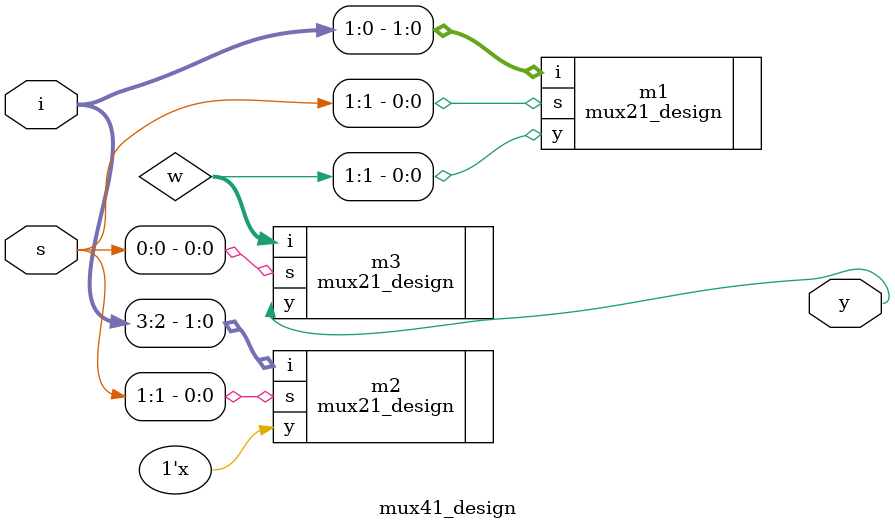
<source format=v>
module mux41_design(i,s,y);
input [3:0]i;
input [1:0]s;
output y;
wire [1:0]w;
mux21_design m1(.i(i[1:0]),.s(s[1]),.y(w[1]));
mux21_design m2(.i(i[3:2]),.s(s[1]),.y(w[2]));
mux21_design m3(.i(w),.s(s[0]),.y(y));
endmodule
</source>
